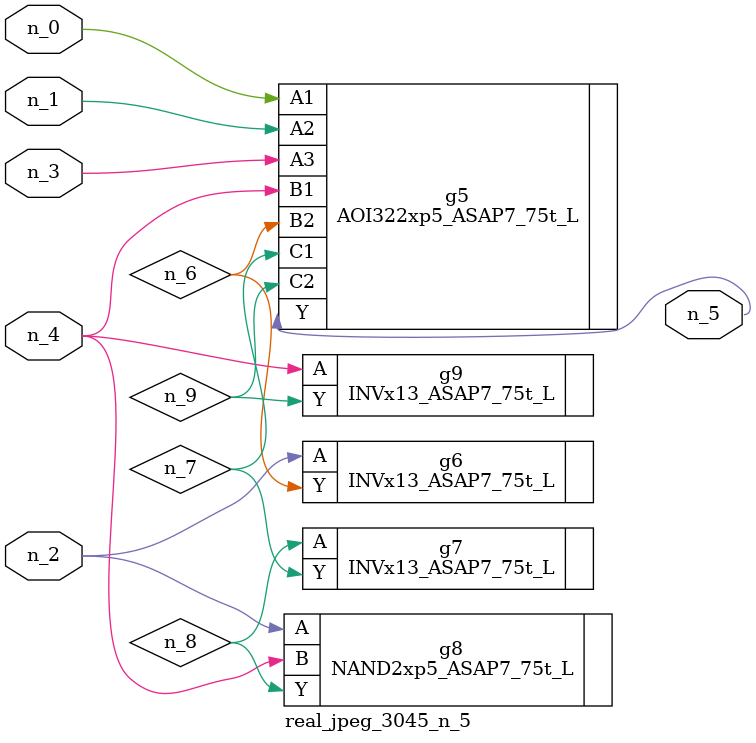
<source format=v>
module real_jpeg_3045_n_5 (n_4, n_0, n_1, n_2, n_3, n_5);

input n_4;
input n_0;
input n_1;
input n_2;
input n_3;

output n_5;

wire n_8;
wire n_6;
wire n_7;
wire n_9;

AOI322xp5_ASAP7_75t_L g5 ( 
.A1(n_0),
.A2(n_1),
.A3(n_3),
.B1(n_4),
.B2(n_6),
.C1(n_7),
.C2(n_9),
.Y(n_5)
);

INVx13_ASAP7_75t_L g6 ( 
.A(n_2),
.Y(n_6)
);

NAND2xp5_ASAP7_75t_L g8 ( 
.A(n_2),
.B(n_4),
.Y(n_8)
);

INVx13_ASAP7_75t_L g9 ( 
.A(n_4),
.Y(n_9)
);

INVx13_ASAP7_75t_L g7 ( 
.A(n_8),
.Y(n_7)
);


endmodule
</source>
